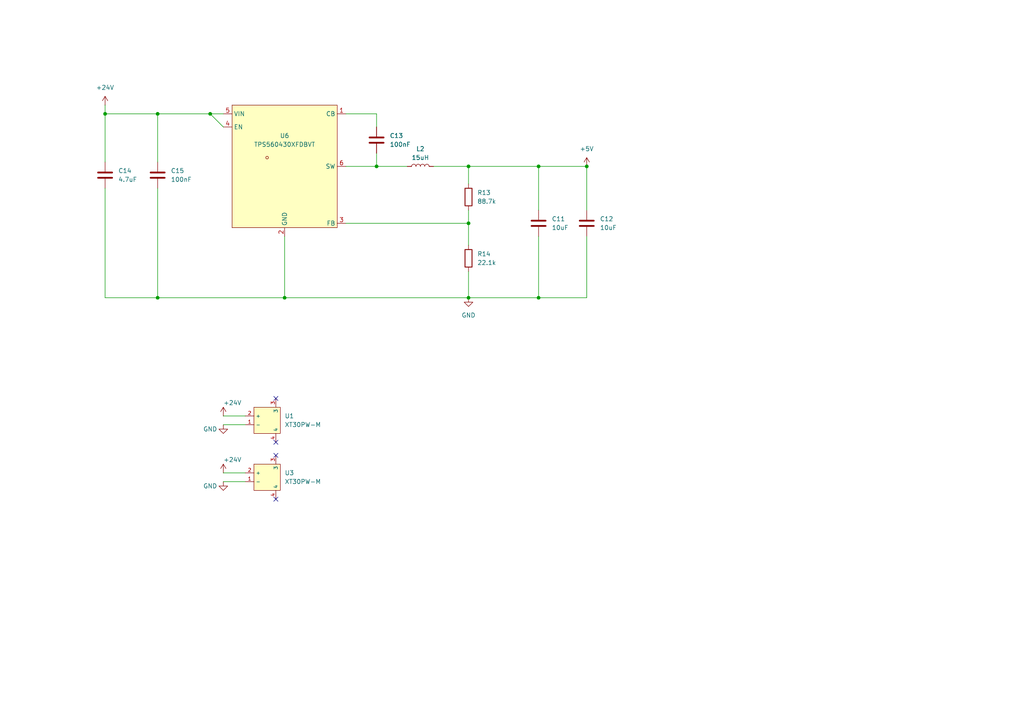
<source format=kicad_sch>
(kicad_sch (version 20250114) (generator "eeschema") (generator_version "9.0")
  (paper "A4")
  (lib_symbols
    (symbol "Device:C" (pin_numbers (hide yes)) (pin_names (offset 0.254))
      (property "Reference" "C" (at 0.635 2.54 0))
      (property "Value" "C" (at 0.635 -2.54 0))
      (symbol "C_0_1"
        (polyline (pts (xy -2.032 0.762) (xy 2.032 0.762)) (stroke (width 0.508)))
        (polyline (pts (xy -2.032 -0.762) (xy 2.032 -0.762)) (stroke (width 0.508)))
      )
      (symbol "C_1_1"
        (pin passive line (at 0 3.81 270) (length 2.794) (name "~") (number "1"))
        (pin passive line (at 0 -3.81 90) (length 2.794) (name "~") (number "2"))
      )
    )
    (symbol "Device:L" (pin_numbers (hide yes)) (pin_names (offset 1.016) (hide yes))
      (property "Reference" "L" (at -1.27 0 90))
      (property "Value" "L" (at 1.905 0 90))
      (symbol "L_0_1"
        (arc (start 0 2.54) (mid 0.6323 1.905) (end 0 1.27))
        (arc (start 0 1.27) (mid 0.6323 0.635) (end 0 0))
        (arc (start 0 0) (mid 0.6323 -0.635) (end 0 -1.27))
        (arc (start 0 -1.27) (mid 0.6323 -1.905) (end 0 -2.54))
      )
      (symbol "L_1_1"
        (pin passive line (at 0 3.81 270) (length 1.27) (name "1") (number "1"))
        (pin passive line (at 0 -3.81 90) (length 1.27) (name "2") (number "2"))
      )
    )
    (symbol "Device:R" (pin_numbers (hide yes)) (pin_names (offset 0))
      (property "Reference" "R" (at 2.032 0 90))
      (property "Value" "R" (at 0 0 90))
      (symbol "R_0_1"
        (rectangle (start -1.016 -2.54) (end 1.016 2.54) (stroke (width 0.254)))
      )
      (symbol "R_1_1"
        (pin passive line (at 0 3.81 270) (length 1.27) (name "~") (number "1"))
        (pin passive line (at 0 -3.81 90) (length 1.27) (name "~") (number "2"))
      )
    )
    (symbol "components:XT30PW-M"
      (property "Reference" "U" (at 0 1.27 0))
      (property "Value" "XT30PW-M" (at 0 -2.54 0))
      (symbol "XT30PW-M_0_1"
        (rectangle (start -3.81 2.54) (end 3.81 -5.08) (fill (type background)))
        (pin unspecified line (at -6.35 -3.81 0) (length 2.54) (name "4") (number "4"))
        (pin unspecified line (at -1.27 5.08 270) (length 2.54) (name "-") (number "1"))
        (pin unspecified line (at 1.27 5.08 270) (length 2.54) (name "+") (number "2"))
        (pin unspecified line (at 6.35 -3.81 180) (length 2.54) (name "3") (number "3"))
      )
    )
    (symbol "easyeda2kicad:TPS560430XFDBVT"
      (property "Reference" "U" (at 0 7.62 0))
      (property "Value" "TPS560430XFDBVT" (at -0.254 10.16 0))
      (symbol "TPS560430XFDBVT_0_1"
        (rectangle (start -15.24 19.05) (end 15.24 -16.51) (fill (type background)))
        (circle (center -5.08 3.81) (radius 0.38))
        (pin unspecified line (at -17.78 16.51 0) (length 2.54) (name "VIN") (number "5"))
        (pin unspecified line (at -17.78 12.7 0) (length 2.54) (name "EN") (number "4"))
        (pin unspecified line (at 0 -19.05 90) (length 2.54) (name "GND") (number "2"))
        (pin unspecified line (at 17.78 16.51 180) (length 2.54) (name "CB") (number "1"))
        (pin unspecified line (at 17.78 1.27 180) (length 2.54) (name "SW") (number "6"))
        (pin unspecified line (at 17.78 -15.24 180) (length 2.54) (name "FB") (number "3"))
      )
    )
    (symbol "power:+24V" (power) (pin_numbers (hide yes)) (pin_names (offset 0) (hide yes))
      (property "Value" "+24V" (at 0 3.556 0))
      (symbol "+24V_0_1"
        (polyline (pts (xy -0.762 1.27) (xy 0 2.54)))
        (polyline (pts (xy 0 2.54) (xy 0.762 1.27)))
        (polyline (pts (xy 0 0) (xy 0 2.54)))
      )
      (symbol "+24V_1_1"
        (pin power_in line (at 0 0 90) (length 0) (name "~") (number "1"))
      )
    )
    (symbol "power:+5V" (power) (pin_numbers (hide yes)) (pin_names (offset 0) (hide yes))
      (property "Value" "+5V" (at 0 3.556 0))
      (symbol "+5V_0_1"
        (polyline (pts (xy -0.762 1.27) (xy 0 2.54)))
        (polyline (pts (xy 0 2.54) (xy 0.762 1.27)))
        (polyline (pts (xy 0 0) (xy 0 2.54)))
      )
      (symbol "+5V_1_1"
        (pin power_in line (at 0 0 90) (length 0) (name "~") (number "1"))
      )
    )
    (symbol "power:GND" (power) (pin_numbers (hide yes)) (pin_names (offset 0) (hide yes))
      (property "Value" "GND" (at 0 -3.81 0))
      (symbol "GND_0_1"
        (polyline (pts (xy 0 0) (xy 0 -1.27) (xy 1.27 -1.27) (xy 0 -2.54) (xy -1.27 -1.27) (xy 0 -1.27)))
      )
      (symbol "GND_1_1"
        (pin power_in line (at 0 0 270) (length 0) (name "~") (number "1"))
      )
    )
  )
  (junction (at 135.89 64.77))
  (junction (at 156.21 86.36))
  (junction (at 109.22 48.26))
  (junction (at 156.21 48.26))
  (junction (at 30.48 33.02))
  (junction (at 135.89 48.26))
  (junction (at 60.96 33.02))
  (junction (at 45.72 86.36))
  (junction (at 170.18 48.26))
  (junction (at 82.55 86.36))
  (junction (at 135.89 86.36))
  (junction (at 45.72 33.02))
  (no_connect (at 80.01 115.57))
  (no_connect (at 80.01 128.27))
  (no_connect (at 80.01 132.08))
  (no_connect (at 80.01 144.78))
  (wire (pts (xy 170.18 48.26) (xy 170.18 60.96)))
  (wire (pts (xy 45.72 54.61) (xy 45.72 86.36)))
  (wire (pts (xy 156.21 48.26) (xy 170.18 48.26)))
  (wire (pts (xy 82.55 86.36) (xy 135.89 86.36)))
  (wire (pts (xy 135.89 64.77) (xy 135.89 71.12)))
  (wire (pts (xy 60.96 33.02) (xy 64.77 33.02)))
  (wire (pts (xy 156.21 68.58) (xy 156.21 86.36)))
  (wire (pts (xy 100.33 33.02) (xy 109.22 33.02)))
  (wire (pts (xy 109.22 48.26) (xy 118.11 48.26)))
  (wire (pts (xy 170.18 68.58) (xy 170.18 86.36)))
  (wire (pts (xy 64.77 120.65) (xy 71.12 120.65)))
  (wire (pts (xy 64.77 36.83) (xy 60.96 33.02)))
  (wire (pts (xy 135.89 60.96) (xy 135.89 64.77)))
  (wire (pts (xy 100.33 64.77) (xy 135.89 64.77)))
  (wire (pts (xy 45.72 33.02) (xy 45.72 46.99)))
  (wire (pts (xy 156.21 48.26) (xy 156.21 60.96)))
  (wire (pts (xy 64.77 139.7) (xy 71.12 139.7)))
  (wire (pts (xy 156.21 86.36) (xy 170.18 86.36)))
  (wire (pts (xy 100.33 48.26) (xy 109.22 48.26)))
  (wire (pts (xy 64.77 123.19) (xy 71.12 123.19)))
  (wire (pts (xy 64.77 137.16) (xy 71.12 137.16)))
  (wire (pts (xy 135.89 86.36) (xy 156.21 86.36)))
  (wire (pts (xy 135.89 48.26) (xy 135.89 53.34)))
  (wire (pts (xy 125.73 48.26) (xy 135.89 48.26)))
  (wire (pts (xy 45.72 86.36) (xy 82.55 86.36)))
  (wire (pts (xy 45.72 33.02) (xy 60.96 33.02)))
  (wire (pts (xy 30.48 86.36) (xy 45.72 86.36)))
  (wire (pts (xy 82.55 68.58) (xy 82.55 86.36)))
  (wire (pts (xy 30.48 54.61) (xy 30.48 86.36)))
  (wire (pts (xy 135.89 48.26) (xy 156.21 48.26)))
  (wire (pts (xy 30.48 30.48) (xy 30.48 33.02)))
  (wire (pts (xy 109.22 33.02) (xy 109.22 36.83)))
  (wire (pts (xy 135.89 78.74) (xy 135.89 86.36)))
  (wire (pts (xy 30.48 33.02) (xy 30.48 46.99)))
  (wire (pts (xy 109.22 44.45) (xy 109.22 48.26)))
  (wire (pts (xy 30.48 33.02) (xy 45.72 33.02)))
  (symbol (lib_id "power:+24V") (at 30.48 30.48 0) (unit 1)
    (property "Reference" "#PWR034" (effects (hide yes)))
    (property "Value" "+24V" (at 30.48 25.4 0))
    (property "Description" "Power symbol creates a global label with name \"+24V\"" (effects (hide yes)))
  )
  (symbol (lib_id "components:XT30PW-M") (at 76.2 121.92 90) (unit 1)
    (property "Reference" "U1" (at 82.55 120.6499 90) (effects (justify right)))
    (property "Value" "XT30PW-M" (at 82.55 123.1899 90) (effects (justify right)))
    (property "Footprint" "Connector_AMASS:AMASS_XT30PW-M_1x02_P2.50mm_Horizontal" (effects (hide yes)))
    (property "Datasheet" "https://cn.bing.com/search?q=datasheet: XT30PW-M" (effects (hide yes)))
    (property "LCSC" "C431092" (effects (hide yes)))
  )
  (symbol (lib_id "Device:L") (at 121.92 48.26 90) (unit 1)
    (property "Reference" "L2" (at 121.92 43.18 90))
    (property "Value" "15uH" (at 121.92 45.72 90))
    (property "Footprint" "Inductor_SMD:L_Bourns-SRN4018" (effects (hide yes)))
    (property "Description" "Inductor" (effects (hide yes)))
    (property "mouser" "SRN4018-150M " (effects (hide yes)))
  )
  (symbol (lib_id "power:GND") (at 64.77 123.19 0) (unit 1)
    (property "Reference" "#PWR022" (effects (hide yes)))
    (property "Value" "GND" (at 60.96 124.46 0))
    (property "Description" "Power symbol creates a global label with name \"GND\" , ground" (effects (hide yes)))
  )
  (symbol (lib_id "Device:C") (at 109.22 40.64 0) (unit 1)
    (property "Reference" "C13" (at 113.03 39.3699 0) (effects (justify left)))
    (property "Value" "100nF" (at 113.03 41.9099 0) (effects (justify left)))
    (property "Footprint" "Capacitor_SMD:C_0805_2012Metric_Pad1.18x1.45mm_HandSolder" (effects (hide yes)))
    (property "Description" "Unpolarized capacitor" (effects (hide yes)))
  )
  (symbol (lib_id "Device:R") (at 135.89 74.93 0) (unit 1)
    (property "Reference" "R14" (at 138.43 73.6599 0) (effects (justify left)))
    (property "Value" "22.1k" (at 138.43 76.1999 0) (effects (justify left)))
    (property "Footprint" "Resistor_SMD:R_0805_2012Metric_Pad1.20x1.40mm_HandSolder" (effects (hide yes)))
    (property "Description" "Resistor" (effects (hide yes)))
  )
  (symbol (lib_id "power:+24V") (at 64.77 137.16 0) (unit 1)
    (property "Reference" "#PWR023" (effects (hide yes)))
    (property "Value" "+24V" (at 64.7699 133.35 0) (effects (justify left)))
    (property "Description" "Power symbol creates a global label with name \"+24V\"" (effects (hide yes)))
  )
  (symbol (lib_id "power:+24V") (at 64.77 120.65 0) (unit 1)
    (property "Reference" "#PWR013" (effects (hide yes)))
    (property "Value" "+24V" (at 64.7699 116.84 0) (effects (justify left)))
    (property "Description" "Power symbol creates a global label with name \"+24V\"" (effects (hide yes)))
  )
  (symbol (lib_id "Device:R") (at 135.89 57.15 0) (unit 1)
    (property "Reference" "R13" (at 138.43 55.8799 0) (effects (justify left)))
    (property "Value" "88.7k" (at 138.43 58.4199 0) (effects (justify left)))
    (property "Footprint" "Resistor_SMD:R_0805_2012Metric_Pad1.20x1.40mm_HandSolder" (effects (hide yes)))
    (property "Description" "Resistor" (effects (hide yes)))
  )
  (symbol (lib_id "Device:C") (at 156.21 64.77 0) (unit 1)
    (property "Reference" "C11" (at 160.02 63.4999 0) (effects (justify left)))
    (property "Value" "10uF" (at 160.02 66.0399 0) (effects (justify left)))
    (property "Footprint" "Capacitor_SMD:C_0805_2012Metric_Pad1.18x1.45mm_HandSolder" (effects (hide yes)))
    (property "Description" "Unpolarized capacitor" (effects (hide yes)))
    (property "WURTH" "885012207026" (effects (hide yes)))
  )
  (symbol (lib_id "power:GND") (at 135.89 86.36 0) (unit 1)
    (property "Reference" "#PWR043" (effects (hide yes)))
    (property "Value" "GND" (at 135.89 91.44 0))
    (property "Description" "Power symbol creates a global label with name \"GND\" , ground" (effects (hide yes)))
  )
  (symbol (lib_id "power:+5V") (at 170.18 48.26 0) (unit 1)
    (property "Reference" "#PWR036" (effects (hide yes)))
    (property "Value" "+5V" (at 170.18 43.18 0))
    (property "Description" "Power symbol creates a global label with name \"+5V\"" (effects (hide yes)))
  )
  (symbol (lib_id "components:XT30PW-M") (at 76.2 138.43 90) (unit 1)
    (property "Reference" "U3" (at 82.55 137.1599 90) (effects (justify right)))
    (property "Value" "XT30PW-M" (at 82.55 139.6999 90) (effects (justify right)))
    (property "Footprint" "Connector_AMASS:AMASS_XT30PW-M_1x02_P2.50mm_Horizontal" (effects (hide yes)))
    (property "Datasheet" "https://cn.bing.com/search?q=datasheet: XT30PW-M" (effects (hide yes)))
    (property "LCSC" "C431092" (effects (hide yes)))
  )
  (symbol (lib_id "power:GND") (at 64.77 139.7 0) (unit 1)
    (property "Reference" "#PWR024" (effects (hide yes)))
    (property "Value" "GND" (at 60.96 140.97 0))
    (property "Description" "Power symbol creates a global label with name \"GND\" , ground" (effects (hide yes)))
  )
  (symbol (lib_id "Device:C") (at 30.48 50.8 0) (unit 1)
    (property "Reference" "C14" (at 34.29 49.5299 0) (effects (justify left)))
    (property "Value" "4.7uF" (at 34.29 52.0699 0) (effects (justify left)))
    (property "Footprint" "Capacitor_SMD:C_1206_3216Metric_Pad1.33x1.80mm_HandSolder" (effects (hide yes)))
    (property "Description" "Unpolarized capacitor" (effects (hide yes)))
    (property "wurth" "885012208094" (effects (hide yes)))
  )
  (symbol (lib_id "Device:C") (at 45.72 50.8 0) (unit 1)
    (property "Reference" "C15" (at 49.53 49.5299 0) (effects (justify left)))
    (property "Value" "100nF" (at 49.53 52.0699 0) (effects (justify left)))
    (property "Footprint" "Capacitor_SMD:C_0805_2012Metric_Pad1.18x1.45mm_HandSolder" (effects (hide yes)))
    (property "Description" "Unpolarized capacitor" (effects (hide yes)))
  )
  (symbol (lib_id "Device:C") (at 170.18 64.77 0) (unit 1)
    (property "Reference" "C12" (at 173.99 63.4999 0) (effects (justify left)))
    (property "Value" "10uF" (at 173.99 66.0399 0) (effects (justify left)))
    (property "Footprint" "Capacitor_SMD:C_0805_2012Metric_Pad1.18x1.45mm_HandSolder" (effects (hide yes)))
    (property "Description" "Unpolarized capacitor" (effects (hide yes)))
    (property "WURTH" "885012207026" (effects (hide yes)))
  )
  (symbol (lib_id "easyeda2kicad:TPS560430XFDBVT") (at 82.55 49.53 0) (unit 1)
    (property "Reference" "U6" (at 82.55 39.37 0))
    (property "Value" "TPS560430XFDBVT" (at 82.55 41.91 0))
    (property "Footprint" "easyeda2kicad:SOT-23-6_L2.9-W1.6-P0.95-LS2.8-BR" (effects (hide yes)))
    (property "LCSC Part" "C2863641" (effects (hide yes)))
  )
)
</source>
